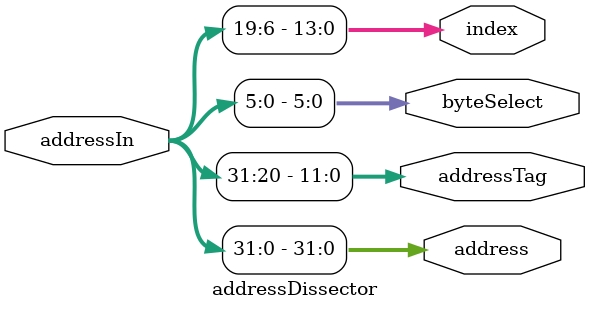
<source format=sv>
module addressDissector (addressIn, address,addressTag,byteSelect,index);
  // Establish parameters for configurability
  parameter addressSize     = 32;
  parameter byteSelectBits  = 6;
  parameter indexBits       = 14;
  parameter lineSize        = 9 * 1024;
  parameter tagBits         = 12;
  
  // Define inputs and outputs
  input       [lineSize - 1:0]      addressIn;
  output reg  [addressSize - 1:0]   address;
  output reg  [tagBits - 1:0]       addressTag;
  output reg  [byteSelectBits- 1:0] byteSelect;
  output reg  [indexBits - 1:0]     index;

  //Initialize address parts
  initial begin
    address = 0;
    addressTag = 0;
  end

  always @(addressIn) begin
    // Disect address
    addressTag  <= addressIn[addressSize - 1:byteSelectBits + indexBits];
    byteSelect  <= addressIn[byteSelectBits - 1:0];
    index       <= addressIn[byteSelectBits + indexBits - 1:byteSelectBits];
    address     <= addressIn[addressSize - 1:0];

    $display("AD --> Address: %h \t Address Tag: %h",address,addressTag);
  end


endmodule

</source>
